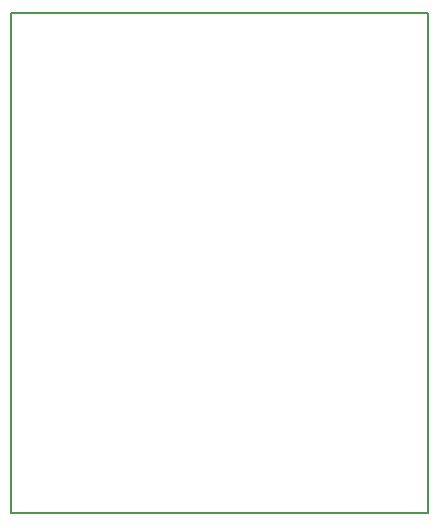
<source format=gm1>
%FSLAX24Y24*%
%MOIN*%
%SFA1B1*%

%IPPOS*%
%ADD43C,0.005900*%
%LNpcb-1*%
%LPD*%
G54D43*
X9450Y7500D02*
Y24150D01*
Y7500D02*
X23350D01*
Y24150*
X9450D02*
X23350D01*
M02*
</source>
